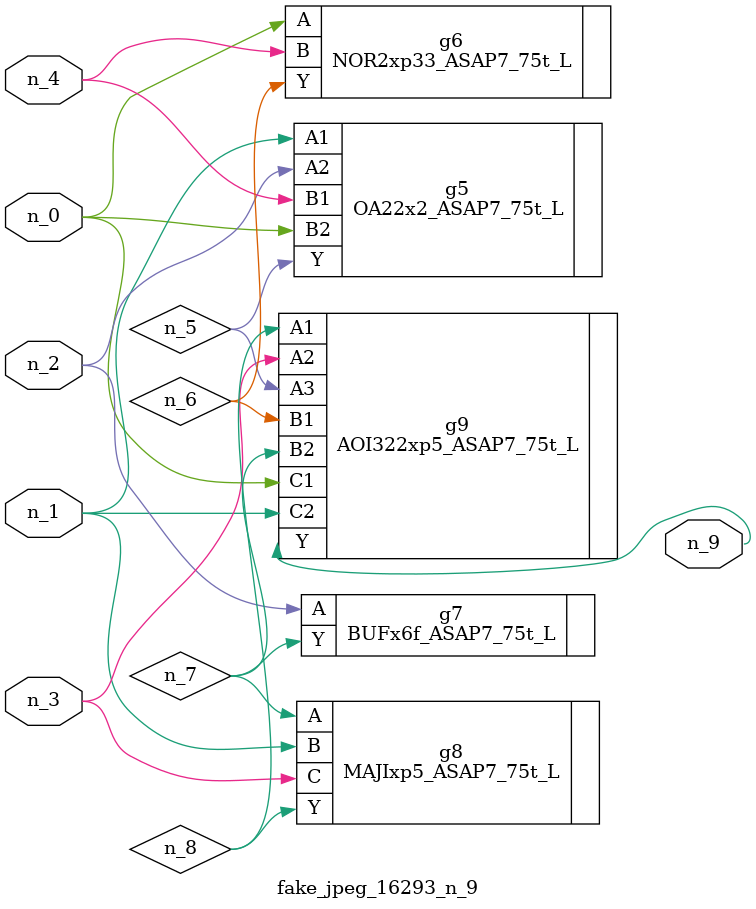
<source format=v>
module fake_jpeg_16293_n_9 (n_3, n_2, n_1, n_0, n_4, n_9);

input n_3;
input n_2;
input n_1;
input n_0;
input n_4;

output n_9;

wire n_8;
wire n_6;
wire n_5;
wire n_7;

OA22x2_ASAP7_75t_L g5 ( 
.A1(n_1),
.A2(n_2),
.B1(n_4),
.B2(n_0),
.Y(n_5)
);

NOR2xp33_ASAP7_75t_L g6 ( 
.A(n_0),
.B(n_4),
.Y(n_6)
);

BUFx6f_ASAP7_75t_L g7 ( 
.A(n_2),
.Y(n_7)
);

MAJIxp5_ASAP7_75t_L g8 ( 
.A(n_7),
.B(n_1),
.C(n_3),
.Y(n_8)
);

AOI322xp5_ASAP7_75t_L g9 ( 
.A1(n_8),
.A2(n_3),
.A3(n_5),
.B1(n_6),
.B2(n_7),
.C1(n_0),
.C2(n_1),
.Y(n_9)
);


endmodule
</source>
